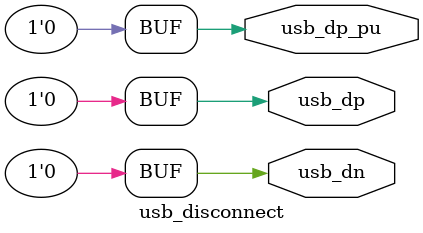
<source format=v>
`ifdef EVT
`define BLUEPWM  RGB0PWM
`define REDPWM   RGB1PWM
`define GREENPWM RGB2PWM
`else
`define BLUEPWM  RGB0PWM
`define GREENPWM RGB1PWM
`define REDPWM   RGB2PWM
`endif

module usb_disconnect (
    output usb_dn,       // SB_RGBA_DRV external pins
    output usb_dp,
    output usb_dp_pu
);
    assign usb_dn = 1'b0;
    assign usb_dp = 1'b0;
    assign usb_dp_pu = 1'b0;
endmodule

</source>
